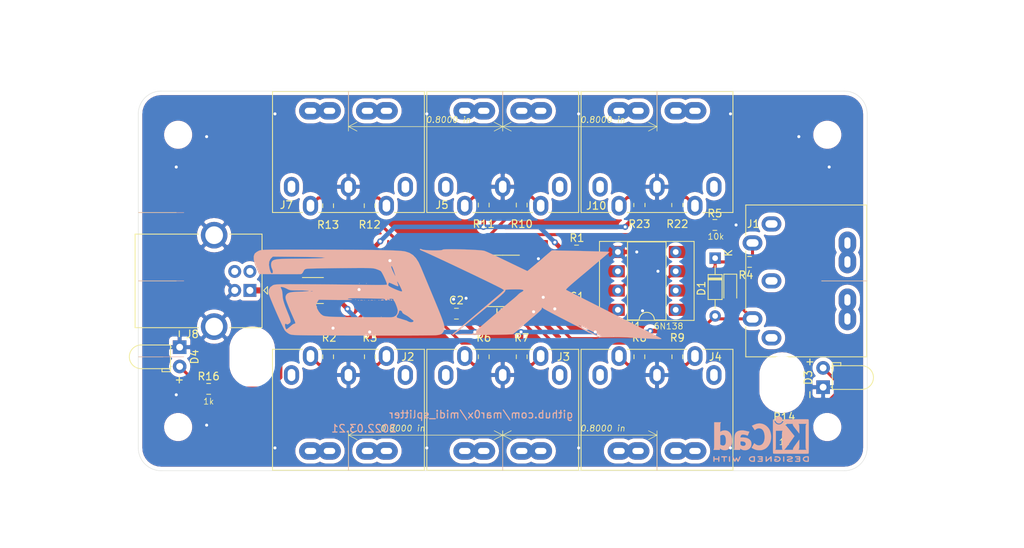
<source format=kicad_pcb>
(kicad_pcb (version 20171130) (host pcbnew "(5.1.8-0-10_14)")
  (layers (0 F.Cu signal) (31 B.Cu signal) (34 B.Paste user) (35 F.Paste user) (36 B.SilkS user) (37 F.SilkS user) (38 B.Mask user) (39 F.Mask user) (44 Edge.Cuts user))
  (net 0 "")
  (net 1 +5V)
  (net 2 GND)
  (net 3 "Net-(J1-Pad4)")
  (net 4 "Net-(J1-Pad1)")
  (net 5 "Net-(J1-Pad2)")
  (net 6 "Net-(J1-Pad3)")
  (net 7 "Net-(J2-Pad5)")
  (net 8 "Net-(J2-Pad3)")
  (net 9 "Net-(J2-Pad1)")
  (net 10 "Net-(J2-Pad4)")
  (net 11 "Net-(J3-Pad4)")
  (net 12 "Net-(J3-Pad1)")
  (net 13 "Net-(J3-Pad3)")
  (net 14 "Net-(J3-Pad5)")
  (net 15 "Net-(J4-Pad5)")
  (net 16 "Net-(J4-Pad3)")
  (net 17 "Net-(J4-Pad1)")
  (net 18 "Net-(J4-Pad4)")
  (net 19 "Net-(J5-Pad4)")
  (net 20 "Net-(J5-Pad1)")
  (net 21 "Net-(J5-Pad3)")
  (net 22 "Net-(J5-Pad5)")
  (net 23 "Net-(J7-Pad5)")
  (net 24 "Net-(J7-Pad3)")
  (net 25 "Net-(J7-Pad1)")
  (net 26 "Net-(J7-Pad4)")
  (net 27 RX)
  (net 28 "Net-(R5-Pad1)")
  (net 29 "Net-(U1-Pad1)")
  (net 30 "Net-(U1-Pad4)")
  (net 31 ~RX)
  (net 32 "Net-(D4-Pad2)")
  (net 33 "Net-(F1-Pad2)")
  (net 34 D-)
  (net 35 D+)
  (net 36 "Net-(J10-Pad4)")
  (net 37 "Net-(J10-Pad1)")
  (net 38 "Net-(J10-Pad3)")
  (net 39 "Net-(J10-Pad5)")
  (net 40 OUT5)
  (net 41 "Net-(D3-Pad2)")
  (net 42 OUT1)
  (net 43 OUT2)
  (net 44 OUT3)
  (net 45 OUT4)
  (net 46 OUT6)
  (net 47 "Net-(U2-Pad17)")
  (net 48 DK)
  (net 49 DA)
  (module lib:x6 (layer B.Cu) (at 142.031 116.651 180)
    (fp_text reference G*** hide)
    (fp_text value LOGO hide)
  )
  (module Package_DIP:DIP-8_W8.89mm_SMDSocket_LongPads (layer F.Cu) (at 166.976 115 180)
    (fp_text reference U1 (at 1.704 -5.969 180) (layer F.SilkS))
    (fp_text value 6N138 (at -2.868 -5.969 180) (layer F.SilkS) (effects (font (size 0.8 0.8) (thickness 0.1))))
    (pad 1 smd rect (at -4.445 -3.81 180) (size 3.1 1.6) (layers F.Cu F.Paste F.Mask) (net 29 "Net-(U1-Pad1)"))
    (pad 5 smd rect (at 4.445 3.81 180) (size 3.1 1.6) (layers F.Cu F.Paste F.Mask) (net 2 GND))
    (pad 2 smd rect (at -4.445 -1.27 180) (size 3.1 1.6) (layers F.Cu F.Paste F.Mask) (net 48 DK))
    (pad 6 smd rect (at 4.445 1.27 180) (size 3.1 1.6) (layers F.Cu F.Paste F.Mask) (net 27 RX))
    (pad 3 smd rect (at -4.445 1.27 180) (size 3.1 1.6) (layers F.Cu F.Paste F.Mask) (net 49 DA))
    (pad 7 smd rect (at 4.445 -1.27 180) (size 3.1 1.6) (layers F.Cu F.Paste F.Mask) (net 28 "Net-(R5-Pad1)"))
    (pad 4 smd rect (at -4.445 3.81 180) (size 3.1 1.6) (layers F.Cu F.Paste F.Mask) (net 30 "Net-(U1-Pad4)"))
    (pad 8 smd rect (at 4.445 -3.81 180) (size 3.1 1.6) (layers F.Cu F.Paste F.Mask) (net 1 +5V))
    (pad 1 thru_hole circle (at -3.81 -3.81 180) (size 1.524 1.524) (drill 0.762) (layers *.Cu *.Mask) (net 29 "Net-(U1-Pad1)"))
    (pad 2 thru_hole circle (at -3.81 -1.27 180) (size 1.524 1.524) (drill 0.762) (layers *.Cu *.Mask) (net 48 DK))
    (pad 3 thru_hole circle (at -3.81 1.27 180) (size 1.524 1.524) (drill 0.762) (layers *.Cu *.Mask) (net 49 DA))
    (pad 4 thru_hole circle (at -3.81 3.81 180) (size 1.524 1.524) (drill 0.762) (layers *.Cu *.Mask) (net 30 "Net-(U1-Pad4)"))
    (pad 5 thru_hole circle (at 3.81 3.81 180) (size 1.524 1.524) (drill 0.762) (layers *.Cu *.Mask) (net 2 GND))
    (pad 6 thru_hole circle (at 3.81 1.27 180) (size 1.524 1.524) (drill 0.762) (layers *.Cu *.Mask) (net 27 RX))
    (pad 7 thru_hole circle (at 3.81 -1.27 180) (size 1.524 1.524) (drill 0.762) (layers *.Cu *.Mask) (net 28 "Net-(R5-Pad1)"))
    (pad 8 thru_hole circle (at 3.81 -3.81 180) (size 1.524 1.524) (drill 0.762) (layers *.Cu *.Mask) (net 1 +5V))
  )
  (module lib:DIN5MIDI-OOTDTY (layer F.Cu) (at 183.4 107.5 270)
    (fp_text reference J1 (at 0 2.4 180) (layer F.SilkS))
    (fp_text value DIN-5_180degree)
    (pad "" thru_hole oval (at 12.5 -10 270) (size 3 2.3) (drill oval 1.5 0.8) (layers *.Cu *.Mask))
    (pad "" thru_hole oval (at 10 -10 270) (size 3 2.3) (drill oval 1.5 0.8) (layers *.Cu *.Mask))
    (pad "" thru_hole oval (at 5 -10 270) (size 3 2.3) (drill oval 1.5 0.8) (layers *.Cu *.Mask))
    (pad "" thru_hole oval (at 2.5 -10 270) (size 3 2.3) (drill oval 1.5 0.8) (layers *.Cu *.Mask))
    (pad 5 thru_hole oval (at 12.5 2.5 270) (size 2 2.6) (drill oval 1 1.6) (layers *.Cu *.Mask) (net 49 DA))
    (pad 3 thru_hole oval (at 15 0 270) (size 2 2.6) (drill oval 1 1.6) (layers *.Cu *.Mask) (net 6 "Net-(J1-Pad3)"))
    (pad 2 thru_hole oval (at 7.5 0 270) (size 2 2.6) (drill oval 1 1.6) (layers *.Cu *.Mask) (net 5 "Net-(J1-Pad2)"))
    (pad 1 thru_hole oval (at 0 0 270) (size 2 2.6) (drill oval 1 1.6) (layers *.Cu *.Mask) (net 4 "Net-(J1-Pad1)"))
    (pad 4 thru_hole oval (at 2.5 2.5 270) (size 2 2.6) (drill oval 1 1.6) (layers *.Cu *.Mask) (net 3 "Net-(J1-Pad4)"))
  )
  (module MountingHole:MountingHole_5mm (layer F.Cu) (at 115 125)
    (fp_text reference REF** hide)
    (fp_text value MountingHole_5mm hide)
    (pad "" np_thru_hole oval (at 0 0) (size 5 7) (drill oval 5 7) (layers *.Cu *.Mask))
  )
  (module MountingHole:MountingHole_5mm (layer F.Cu) (at 184.8 128.4)
    (fp_text reference REF** hide)
    (fp_text value MountingHole_5mm hide)
    (pad "" np_thru_hole oval (at 0 0) (size 5 7) (drill oval 5 7) (layers *.Cu *.Mask))
  )
  (module Symbol:KiCad-Logo2_5mm_SilkScreen (layer B.Cu) (at 182.036 135.828 180)
    (fp_text reference REF** hide)
    (fp_text value KiCad-Logo2_5mm_SilkScreen hide)
  )
  (module lib:DIN5MIDI-OOTDTY (layer F.Cu) (at 140.5 102.6)
    (fp_text reference J5 (at -0.5 2.4) (layer F.SilkS))
    (fp_text value DIN-5_180degree)
    (pad "" thru_hole oval (at 12.5 -10) (size 3 2.3) (drill oval 1.5 0.8) (layers *.Cu *.Mask))
    (pad "" thru_hole oval (at 10 -10) (size 3 2.3) (drill oval 1.5 0.8) (layers *.Cu *.Mask))
    (pad "" thru_hole oval (at 5 -10) (size 3 2.3) (drill oval 1.5 0.8) (layers *.Cu *.Mask))
    (pad "" thru_hole oval (at 2.5 -10) (size 3 2.3) (drill oval 1.5 0.8) (layers *.Cu *.Mask))
    (pad 5 thru_hole oval (at 12.5 2.5) (size 2 2.6) (drill oval 1 1.6) (layers *.Cu *.Mask) (net 22 "Net-(J5-Pad5)"))
    (pad 3 thru_hole oval (at 15 0) (size 2 2.6) (drill oval 1 1.6) (layers *.Cu *.Mask) (net 21 "Net-(J5-Pad3)"))
    (pad 2 thru_hole oval (at 7.5 0) (size 2 2.6) (drill oval 1 1.6) (layers *.Cu *.Mask) (net 2 GND))
    (pad 1 thru_hole oval (at 0 0) (size 2 2.6) (drill oval 1 1.6) (layers *.Cu *.Mask) (net 20 "Net-(J5-Pad1)"))
    (pad 4 thru_hole oval (at 2.5 2.5) (size 2 2.6) (drill oval 1 1.6) (layers *.Cu *.Mask) (net 19 "Net-(J5-Pad4)"))
  )
  (module lib:DIN5MIDI-OOTDTY (layer F.Cu) (at 135.18 127.4 180)
    (fp_text reference J2 (at -0.32 2.4) (layer F.SilkS))
    (fp_text value DIN-5_180degree)
    (pad "" thru_hole oval (at 12.5 -10 180) (size 3 2.3) (drill oval 1.5 0.8) (layers *.Cu *.Mask))
    (pad "" thru_hole oval (at 10 -10 180) (size 3 2.3) (drill oval 1.5 0.8) (layers *.Cu *.Mask))
    (pad "" thru_hole oval (at 5 -10 180) (size 3 2.3) (drill oval 1.5 0.8) (layers *.Cu *.Mask))
    (pad "" thru_hole oval (at 2.5 -10 180) (size 3 2.3) (drill oval 1.5 0.8) (layers *.Cu *.Mask))
    (pad 5 thru_hole oval (at 12.5 2.5 180) (size 2 2.6) (drill oval 1 1.6) (layers *.Cu *.Mask) (net 7 "Net-(J2-Pad5)"))
    (pad 3 thru_hole oval (at 15 0 180) (size 2 2.6) (drill oval 1 1.6) (layers *.Cu *.Mask) (net 8 "Net-(J2-Pad3)"))
    (pad 2 thru_hole oval (at 7.5 0 180) (size 2 2.6) (drill oval 1 1.6) (layers *.Cu *.Mask) (net 2 GND))
    (pad 1 thru_hole oval (at 0 0 180) (size 2 2.6) (drill oval 1 1.6) (layers *.Cu *.Mask) (net 9 "Net-(J2-Pad1)"))
    (pad 4 thru_hole oval (at 2.5 2.5 180) (size 2 2.6) (drill oval 1 1.6) (layers *.Cu *.Mask) (net 10 "Net-(J2-Pad4)"))
  )
  (module lib:DIN5MIDI-OOTDTY (layer F.Cu) (at 155.5 127.4 180)
    (fp_text reference J3 (at -0.5 2.4) (layer F.SilkS))
    (fp_text value DIN-5_180degree)
    (pad "" thru_hole oval (at 12.5 -10 180) (size 3 2.3) (drill oval 1.5 0.8) (layers *.Cu *.Mask))
    (pad "" thru_hole oval (at 10 -10 180) (size 3 2.3) (drill oval 1.5 0.8) (layers *.Cu *.Mask))
    (pad "" thru_hole oval (at 5 -10 180) (size 3 2.3) (drill oval 1.5 0.8) (layers *.Cu *.Mask))
    (pad "" thru_hole oval (at 2.5 -10 180) (size 3 2.3) (drill oval 1.5 0.8) (layers *.Cu *.Mask))
    (pad 5 thru_hole oval (at 12.5 2.5 180) (size 2 2.6) (drill oval 1 1.6) (layers *.Cu *.Mask) (net 14 "Net-(J3-Pad5)"))
    (pad 3 thru_hole oval (at 15 0 180) (size 2 2.6) (drill oval 1 1.6) (layers *.Cu *.Mask) (net 13 "Net-(J3-Pad3)"))
    (pad 2 thru_hole oval (at 7.5 0 180) (size 2 2.6) (drill oval 1 1.6) (layers *.Cu *.Mask) (net 2 GND))
    (pad 1 thru_hole oval (at 0 0 180) (size 2 2.6) (drill oval 1 1.6) (layers *.Cu *.Mask) (net 12 "Net-(J3-Pad1)"))
    (pad 4 thru_hole oval (at 2.5 2.5 180) (size 2 2.6) (drill oval 1 1.6) (layers *.Cu *.Mask) (net 11 "Net-(J3-Pad4)"))
  )
  (module lib:DIN5MIDI-OOTDTY (layer F.Cu) (at 175.82 127.4 180)
    (fp_text reference J4 (at -0.18 2.4) (layer F.SilkS))
    (fp_text value DIN-5_180degree)
    (pad "" thru_hole oval (at 12.5 -10 180) (size 3 2.3) (drill oval 1.5 0.8) (layers *.Cu *.Mask))
    (pad "" thru_hole oval (at 10 -10 180) (size 3 2.3) (drill oval 1.5 0.8) (layers *.Cu *.Mask))
    (pad "" thru_hole oval (at 5 -10 180) (size 3 2.3) (drill oval 1.5 0.8) (layers *.Cu *.Mask))
    (pad "" thru_hole oval (at 2.5 -10 180) (size 3 2.3) (drill oval 1.5 0.8) (layers *.Cu *.Mask))
    (pad 5 thru_hole oval (at 12.5 2.5 180) (size 2 2.6) (drill oval 1 1.6) (layers *.Cu *.Mask) (net 15 "Net-(J4-Pad5)"))
    (pad 3 thru_hole oval (at 15 0 180) (size 2 2.6) (drill oval 1 1.6) (layers *.Cu *.Mask) (net 16 "Net-(J4-Pad3)"))
    (pad 2 thru_hole oval (at 7.5 0 180) (size 2 2.6) (drill oval 1 1.6) (layers *.Cu *.Mask) (net 2 GND))
    (pad 1 thru_hole oval (at 0 0 180) (size 2 2.6) (drill oval 1 1.6) (layers *.Cu *.Mask) (net 17 "Net-(J4-Pad1)"))
    (pad 4 thru_hole oval (at 2.5 2.5 180) (size 2 2.6) (drill oval 1 1.6) (layers *.Cu *.Mask) (net 18 "Net-(J4-Pad4)"))
  )
  (module lib:DIN5MIDI-OOTDTY (layer F.Cu) (at 120.18 102.6)
    (fp_text reference J7 (at -0.68 2.4) (layer F.SilkS))
    (fp_text value DIN-5_180degree)
    (pad "" thru_hole oval (at 12.5 -10) (size 3 2.3) (drill oval 1.5 0.8) (layers *.Cu *.Mask))
    (pad "" thru_hole oval (at 10 -10) (size 3 2.3) (drill oval 1.5 0.8) (layers *.Cu *.Mask))
    (pad "" thru_hole oval (at 5 -10) (size 3 2.3) (drill oval 1.5 0.8) (layers *.Cu *.Mask))
    (pad "" thru_hole oval (at 2.5 -10) (size 3 2.3) (drill oval 1.5 0.8) (layers *.Cu *.Mask))
    (pad 5 thru_hole oval (at 12.5 2.5) (size 2 2.6) (drill oval 1 1.6) (layers *.Cu *.Mask) (net 23 "Net-(J7-Pad5)"))
    (pad 3 thru_hole oval (at 15 0) (size 2 2.6) (drill oval 1 1.6) (layers *.Cu *.Mask) (net 24 "Net-(J7-Pad3)"))
    (pad 2 thru_hole oval (at 7.5 0) (size 2 2.6) (drill oval 1 1.6) (layers *.Cu *.Mask) (net 2 GND))
    (pad 1 thru_hole oval (at 0 0) (size 2 2.6) (drill oval 1 1.6) (layers *.Cu *.Mask) (net 25 "Net-(J7-Pad1)"))
    (pad 4 thru_hole oval (at 2.5 2.5) (size 2 2.6) (drill oval 1 1.6) (layers *.Cu *.Mask) (net 26 "Net-(J7-Pad4)"))
  )
  (module Capacitor_SMD:C_0805_2012Metric_Pad1.15x1.40mm_HandSolder (layer F.Cu) (at 157.726 118.75 180)
    (fp_text reference C1 (at -0.05 1.7) (layer F.SilkS))
    (fp_text value 0.1uF)
    (pad 1 smd roundrect (at -1.025 0 180) (size 1.15 1.4) (layers F.Cu F.Paste F.Mask) (roundrect_rratio 0.2173904347826087) (net 1 +5V))
    (pad 2 smd roundrect (at 1.025 0 180) (size 1.15 1.4) (layers F.Cu F.Paste F.Mask) (roundrect_rratio 0.2173904347826087) (net 2 GND))
  )
  (module Capacitor_SMD:C_0805_2012Metric_Pad1.15x1.40mm_HandSolder (layer F.Cu) (at 141.904 119.318 180)
    (fp_text reference C2 (at 0 1.75) (layer F.SilkS))
    (fp_text value 0.1uF)
    (pad 2 smd roundrect (at 1.025 0 180) (size 1.15 1.4) (layers F.Cu F.Paste F.Mask) (roundrect_rratio 0.2173904347826087) (net 2 GND))
    (pad 1 smd roundrect (at -1.025 0 180) (size 1.15 1.4) (layers F.Cu F.Paste F.Mask) (roundrect_rratio 0.2173904347826087) (net 1 +5V))
  )
  (module Resistor_SMD:R_0805_2012Metric_Pad1.15x1.40mm_HandSolder (layer F.Cu) (at 157.726 111)
    (fp_text reference R1 (at 0.05 -1.65) (layer F.SilkS))
    (fp_text value 470 (at 0 1.65) (layer F.SilkS) (effects (font (size 0.8 0.8) (thickness 0.1))))
    (pad 2 smd roundrect (at 1.025 0) (size 1.15 1.4) (layers F.Cu F.Paste F.Mask) (roundrect_rratio 0.2173904347826087) (net 27 RX))
    (pad 1 smd roundrect (at -1.025 0) (size 1.15 1.4) (layers F.Cu F.Paste F.Mask) (roundrect_rratio 0.2173904347826087) (net 1 +5V))
  )
  (module Resistor_SMD:R_0805_2012Metric_Pad1.15x1.40mm_HandSolder (layer F.Cu) (at 125 124.992 90)
    (fp_text reference R2 (at 2.5 0.14 180) (layer F.SilkS))
    (fp_text value 220)
    (pad 2 smd roundrect (at 1.025 0 90) (size 1.15 1.4) (layers F.Cu F.Paste F.Mask) (roundrect_rratio 0.2173904347826087) (net 42 OUT1))
    (pad 1 smd roundrect (at -1.025 0 90) (size 1.15 1.4) (layers F.Cu F.Paste F.Mask) (roundrect_rratio 0.2173904347826087) (net 7 "Net-(J2-Pad5)"))
  )
  (module Resistor_SMD:R_0805_2012Metric_Pad1.15x1.40mm_HandSolder (layer F.Cu) (at 130.5 124.992 270)
    (fp_text reference R3 (at -2.5 0 180) (layer F.SilkS))
    (fp_text value 220)
    (pad 1 smd roundrect (at -1.025 0 270) (size 1.15 1.4) (layers F.Cu F.Paste F.Mask) (roundrect_rratio 0.2173904347826087) (net 1 +5V))
    (pad 2 smd roundrect (at 1.025 0 270) (size 1.15 1.4) (layers F.Cu F.Paste F.Mask) (roundrect_rratio 0.2173904347826087) (net 10 "Net-(J2-Pad4)"))
  )
  (module Resistor_SMD:R_0805_2012Metric_Pad1.15x1.40mm_HandSolder (layer F.Cu) (at 180.512 112.5)
    (fp_text reference R4 (at -0.48 1.738) (layer F.SilkS))
    (fp_text value 220)
    (pad 1 smd roundrect (at -1.025 0) (size 1.15 1.4) (layers F.Cu F.Paste F.Mask) (roundrect_rratio 0.2173904347826087) (net 48 DK))
    (pad 2 smd roundrect (at 1.025 0) (size 1.15 1.4) (layers F.Cu F.Paste F.Mask) (roundrect_rratio 0.2173904347826087) (net 3 "Net-(J1-Pad4)"))
  )
  (module Resistor_SMD:R_0805_2012Metric_Pad1.15x1.40mm_HandSolder (layer F.Cu) (at 175.94 107.634)
    (fp_text reference R5 (at 0 -1.524) (layer F.SilkS))
    (fp_text value 10k (at 0.127 1.524) (layer F.SilkS) (effects (font (size 0.8 0.8) (thickness 0.1))))
    (pad 1 smd roundrect (at -1.025 0) (size 1.15 1.4) (layers F.Cu F.Paste F.Mask) (roundrect_rratio 0.2173904347826087) (net 28 "Net-(R5-Pad1)"))
    (pad 2 smd roundrect (at 1.025 0) (size 1.15 1.4) (layers F.Cu F.Paste F.Mask) (roundrect_rratio 0.2173904347826087) (net 2 GND))
  )
  (module Resistor_SMD:R_0805_2012Metric_Pad1.15x1.40mm_HandSolder (layer F.Cu) (at 145.5 124.992 90)
    (fp_text reference R6 (at 2.5 0 180) (layer F.SilkS))
    (fp_text value 220)
    (pad 2 smd roundrect (at 1.025 0 90) (size 1.15 1.4) (layers F.Cu F.Paste F.Mask) (roundrect_rratio 0.2173904347826087) (net 43 OUT2))
    (pad 1 smd roundrect (at -1.025 0 90) (size 1.15 1.4) (layers F.Cu F.Paste F.Mask) (roundrect_rratio 0.2173904347826087) (net 14 "Net-(J3-Pad5)"))
  )
  (module Resistor_SMD:R_0805_2012Metric_Pad1.15x1.40mm_HandSolder (layer F.Cu) (at 150.5 124.992 270)
    (fp_text reference R7 (at -2.5 0 180) (layer F.SilkS))
    (fp_text value 220)
    (pad 1 smd roundrect (at -1.025 0 270) (size 1.15 1.4) (layers F.Cu F.Paste F.Mask) (roundrect_rratio 0.2173904347826087) (net 1 +5V))
    (pad 2 smd roundrect (at 1.025 0 270) (size 1.15 1.4) (layers F.Cu F.Paste F.Mask) (roundrect_rratio 0.2173904347826087) (net 11 "Net-(J3-Pad4)"))
  )
  (module Resistor_SMD:R_0805_2012Metric_Pad1.15x1.40mm_HandSolder (layer F.Cu) (at 166 124.992 90)
    (fp_text reference R8 (at 2.5 0 180) (layer F.SilkS))
    (fp_text value 220)
    (pad 2 smd roundrect (at 1.025 0 90) (size 1.15 1.4) (layers F.Cu F.Paste F.Mask) (roundrect_rratio 0.2173904347826087) (net 44 OUT3))
    (pad 1 smd roundrect (at -1.025 0 90) (size 1.15 1.4) (layers F.Cu F.Paste F.Mask) (roundrect_rratio 0.2173904347826087) (net 15 "Net-(J4-Pad5)"))
  )
  (module Resistor_SMD:R_0805_2012Metric_Pad1.15x1.40mm_HandSolder (layer F.Cu) (at 171 124.992 270)
    (fp_text reference R9 (at -2.5 0 180) (layer F.SilkS))
    (fp_text value 220)
    (pad 1 smd roundrect (at -1.025 0 270) (size 1.15 1.4) (layers F.Cu F.Paste F.Mask) (roundrect_rratio 0.2173904347826087) (net 1 +5V))
    (pad 2 smd roundrect (at 1.025 0 270) (size 1.15 1.4) (layers F.Cu F.Paste F.Mask) (roundrect_rratio 0.2173904347826087) (net 18 "Net-(J4-Pad4)"))
  )
  (module Resistor_SMD:R_0805_2012Metric_Pad1.15x1.40mm_HandSolder (layer F.Cu) (at 150.5 105.008 270)
    (fp_text reference R10 (at 2.5 0 180) (layer F.SilkS))
    (fp_text value 220)
    (pad 2 smd roundrect (at 1.025 0 270) (size 1.15 1.4) (layers F.Cu F.Paste F.Mask) (roundrect_rratio 0.2173904347826087) (net 40 OUT5))
    (pad 1 smd roundrect (at -1.025 0 270) (size 1.15 1.4) (layers F.Cu F.Paste F.Mask) (roundrect_rratio 0.2173904347826087) (net 22 "Net-(J5-Pad5)"))
  )
  (module Resistor_SMD:R_0805_2012Metric_Pad1.15x1.40mm_HandSolder (layer F.Cu) (at 145.5 105.008 90)
    (fp_text reference R11 (at -2.5 0 180) (layer F.SilkS))
    (fp_text value 220)
    (pad 2 smd roundrect (at 1.025 0 90) (size 1.15 1.4) (layers F.Cu F.Paste F.Mask) (roundrect_rratio 0.2173904347826087) (net 19 "Net-(J5-Pad4)"))
    (pad 1 smd roundrect (at -1.025 0 90) (size 1.15 1.4) (layers F.Cu F.Paste F.Mask) (roundrect_rratio 0.2173904347826087) (net 1 +5V))
  )
  (module Resistor_SMD:R_0805_2012Metric_Pad1.15x1.40mm_HandSolder (layer F.Cu) (at 130.474 105.094 270)
    (fp_text reference R12 (at 2.5 0 180) (layer F.SilkS))
    (fp_text value 220)
    (pad 1 smd roundrect (at -1.025 0 270) (size 1.15 1.4) (layers F.Cu F.Paste F.Mask) (roundrect_rratio 0.2173904347826087) (net 23 "Net-(J7-Pad5)"))
    (pad 2 smd roundrect (at 1.025 0 270) (size 1.15 1.4) (layers F.Cu F.Paste F.Mask) (roundrect_rratio 0.2173904347826087) (net 45 OUT4))
  )
  (module Resistor_SMD:R_0805_2012Metric_Pad1.15x1.40mm_HandSolder (layer F.Cu) (at 125 105.094 90)
    (fp_text reference R13 (at -2.525 0 180) (layer F.SilkS))
    (fp_text value 220)
    (pad 1 smd roundrect (at -1.025 0 90) (size 1.15 1.4) (layers F.Cu F.Paste F.Mask) (roundrect_rratio 0.2173904347826087) (net 1 +5V))
    (pad 2 smd roundrect (at 1.025 0 90) (size 1.15 1.4) (layers F.Cu F.Paste F.Mask) (roundrect_rratio 0.2173904347826087) (net 26 "Net-(J7-Pad4)"))
  )
  (module Resistor_SMD:R_0805_2012Metric_Pad1.15x1.40mm_HandSolder (layer F.Cu) (at 185.084 134.558)
    (fp_text reference R14 (at 0 -1.65) (layer F.SilkS))
    (fp_text value 1k (at 0 1.65) (layer F.SilkS) (effects (font (size 0.8 0.8) (thickness 0.1))))
    (pad 2 smd roundrect (at 1.025 0) (size 1.15 1.4) (layers F.Cu F.Paste F.Mask) (roundrect_rratio 0.2173904347826087) (net 41 "Net-(D3-Pad2)"))
    (pad 1 smd roundrect (at -1.025 0) (size 1.15 1.4) (layers F.Cu F.Paste F.Mask) (roundrect_rratio 0.2173904347826087) (net 31 ~RX))
  )
  (module Resistor_SMD:R_0805_2012Metric_Pad1.15x1.40mm_HandSolder (layer F.Cu) (at 109.265 129.224)
    (fp_text reference R16 (at 0 -1.65) (layer F.SilkS))
    (fp_text value 1k (at 0 1.65) (layer F.SilkS) (effects (font (size 0.8 0.8) (thickness 0.1))))
    (pad 1 smd roundrect (at -1.025 0) (size 1.15 1.4) (layers F.Cu F.Paste F.Mask) (roundrect_rratio 0.2173904347826087) (net 32 "Net-(D4-Pad2)"))
    (pad 2 smd roundrect (at 1.025 0) (size 1.15 1.4) (layers F.Cu F.Paste F.Mask) (roundrect_rratio 0.2173904347826087) (net 1 +5V))
  )
  (module LED_THT:LED_D3.0mm_Horizontal_O1.27mm_Z6.0mm (layer F.Cu) (at 105.45 123.73 270)
    (fp_text reference D4 (at 1.27 -1.96 90) (layer F.SilkS))
    (fp_text value LED)
    (fp_text user + (at 4.324 0.122 270) (layer F.SilkS))
    (fp_text user - (at -1.772 0.122 270) (layer F.SilkS))
    (pad 1 thru_hole rect (at 0 0 270) (size 1.8 1.8) (drill 0.9) (layers *.Cu *.Mask) (net 2 GND))
    (pad 2 thru_hole circle (at 2.54 0 270) (size 1.8 1.8) (drill 0.9) (layers *.Cu *.Mask) (net 32 "Net-(D4-Pad2)"))
  )
  (module LED_THT:LED_D3.0mm_Horizontal_O1.27mm_Z10.0mm (layer F.Cu) (at 190.2 129 90)
    (fp_text reference D3 (at 1.27 -1.96 90) (layer F.SilkS))
    (fp_text value LED)
    (fp_text user + (at 3.332 -1.814 90) (layer F.SilkS))
    (fp_text user - (at -0.986 -1.814 90) (layer F.SilkS))
    (pad 1 thru_hole rect (at 0 0 90) (size 1.8 1.8) (drill 0.9) (layers *.Cu *.Mask) (net 2 GND))
    (pad 2 thru_hole circle (at 2.54 0 90) (size 1.8 1.8) (drill 0.9) (layers *.Cu *.Mask) (net 41 "Net-(D3-Pad2)"))
  )
  (module Diode_THT:D_DO-34_SOD68_P7.62mm_Horizontal (layer F.Cu) (at 175.976 112 270)
    (fp_text reference D1 (at 3.986 1.814 90) (layer F.SilkS))
    (fp_text value 1N914)
    (fp_text user K (at -0.683 -1.742 90) (layer F.SilkS))
    (pad 1 thru_hole rect (at 0 0 270) (size 1.5 1.5) (drill 0.75) (layers *.Cu *.Mask) (net 48 DK))
    (pad 2 thru_hole oval (at 7.62 0 270) (size 1.5 1.5) (drill 0.75) (layers *.Cu *.Mask) (net 49 DA))
  )
  (module Fuse:Fuse_1812_4532Metric_Pad1.30x3.40mm_HandSolder (layer F.Cu) (at 123 116.27 180)
    (fp_text reference F1 (at 0 -2.65) (layer F.SilkS))
    (fp_text value MF-MSMF050-2)
    (pad 1 smd roundrect (at -2.225 0 180) (size 1.3 3.4) (layers F.Cu F.Paste F.Mask) (roundrect_rratio 0.1923069230769231) (net 1 +5V))
    (pad 2 smd roundrect (at 2.225 0 180) (size 1.3 3.4) (layers F.Cu F.Paste F.Mask) (roundrect_rratio 0.1923069230769231) (net 33 "Net-(F1-Pad2)"))
  )
  (module Connector_USB:USB_B_OST_USB-B1HSxx_Horizontal (layer F.Cu) (at 114.7 116.25 180)
    (fp_text reference J8 (at 7.594 -5.768) (layer F.SilkS))
    (fp_text value DS1099)
    (pad 1 thru_hole rect (at 0 0 180) (size 1.7 1.7) (drill 0.92) (layers *.Cu *.Mask) (net 33 "Net-(F1-Pad2)"))
    (pad 2 thru_hole circle (at 0 2.5 180) (size 1.7 1.7) (drill 0.92) (layers *.Cu *.Mask) (net 34 D-))
    (pad 3 thru_hole circle (at 2 2.5 180) (size 1.7 1.7) (drill 0.92) (layers *.Cu *.Mask) (net 35 D+))
    (pad 4 thru_hole circle (at 2 0 180) (size 1.7 1.7) (drill 0.92) (layers *.Cu *.Mask) (net 2 GND))
    (pad 5 thru_hole circle (at 4.71 -4.77 180) (size 3.5 3.5) (drill 2.33) (layers *.Cu *.Mask) (net 2 GND))
    (pad 5 thru_hole circle (at 4.71 7.27 180) (size 3.5 3.5) (drill 2.33) (layers *.Cu *.Mask) (net 2 GND))
  )
  (module lib:DIN5MIDI-OOTDTY (layer F.Cu) (at 160.82 102.6)
    (fp_text reference J10 (at -0.5 2.5) (layer F.SilkS))
    (fp_text value DIN-5_180degree)
    (pad 4 thru_hole oval (at 2.5 2.5) (size 2 2.6) (drill oval 1 1.6) (layers *.Cu *.Mask) (net 36 "Net-(J10-Pad4)"))
    (pad 1 thru_hole oval (at 0 0) (size 2 2.6) (drill oval 1 1.6) (layers *.Cu *.Mask) (net 37 "Net-(J10-Pad1)"))
    (pad 2 thru_hole oval (at 7.5 0) (size 2 2.6) (drill oval 1 1.6) (layers *.Cu *.Mask) (net 2 GND))
    (pad 3 thru_hole oval (at 15 0) (size 2 2.6) (drill oval 1 1.6) (layers *.Cu *.Mask) (net 38 "Net-(J10-Pad3)"))
    (pad 5 thru_hole oval (at 12.5 2.5) (size 2 2.6) (drill oval 1 1.6) (layers *.Cu *.Mask) (net 39 "Net-(J10-Pad5)"))
    (pad "" thru_hole oval (at 2.5 -10) (size 3 2.3) (drill oval 1.5 0.8) (layers *.Cu *.Mask))
    (pad "" thru_hole oval (at 5 -10) (size 3 2.3) (drill oval 1.5 0.8) (layers *.Cu *.Mask))
    (pad "" thru_hole oval (at 10 -10) (size 3 2.3) (drill oval 1.5 0.8) (layers *.Cu *.Mask))
    (pad "" thru_hole oval (at 12.5 -10) (size 3 2.3) (drill oval 1.5 0.8) (layers *.Cu *.Mask))
  )
  (module Resistor_SMD:R_0805_2012Metric_Pad1.20x1.40mm_HandSolder (layer F.Cu) (at 171 105.008 90)
    (fp_text reference R22 (at -2.5 0 180) (layer F.SilkS))
    (fp_text value 220)
    (pad 1 smd roundrect (at -1 0 90) (size 1.2 1.4) (layers F.Cu F.Paste F.Mask) (roundrect_rratio 0.2083325) (net 46 OUT6))
    (pad 2 smd roundrect (at 1 0 90) (size 1.2 1.4) (layers F.Cu F.Paste F.Mask) (roundrect_rratio 0.2083325) (net 39 "Net-(J10-Pad5)"))
  )
  (module Resistor_SMD:R_0805_2012Metric_Pad1.20x1.40mm_HandSolder (layer F.Cu) (at 166 105.008 90)
    (fp_text reference R23 (at -2.5 0 180) (layer F.SilkS))
    (fp_text value 220)
    (pad 2 smd roundrect (at 1 0 90) (size 1.2 1.4) (layers F.Cu F.Paste F.Mask) (roundrect_rratio 0.2083325) (net 36 "Net-(J10-Pad4)"))
    (pad 1 smd roundrect (at -1 0 90) (size 1.2 1.4) (layers F.Cu F.Paste F.Mask) (roundrect_rratio 0.2083325) (net 1 +5V))
  )
  (module Package_SO:TSSOP-20_4.4x6.5mm_P0.65mm (layer F.Cu) (at 148 115 180)
    (fp_text reference U2 (at 0 -4.2) (layer F.SilkS))
    (fp_text value MM74HC540MTCX)
    (pad 1 smd roundrect (at -2.8625 -2.925 180) (size 1.475 0.4) (layers F.Cu F.Paste F.Mask) (net 2 GND))
    (pad 2 smd roundrect (at -2.8625 -2.275 180) (size 1.475 0.4) (layers F.Cu F.Paste F.Mask) (net 31 ~RX))
    (pad 3 smd roundrect (at -2.8625 -1.625 180) (size 1.475 0.4) (layers F.Cu F.Paste F.Mask) (net 2 GND))
    (pad 4 smd roundrect (at -2.8625 -0.975 180) (size 1.475 0.4) (layers F.Cu F.Paste F.Mask) (net 27 RX))
    (pad 5 smd roundrect (at -2.8625 -0.325 180) (size 1.475 0.4) (layers F.Cu F.Paste F.Mask) (net 31 ~RX))
    (pad 6 smd roundrect (at -2.8625 0.325 180) (size 1.475 0.4) (layers F.Cu F.Paste F.Mask) (net 31 ~RX))
    (pad 7 smd roundrect (at -2.8625 0.975 180) (size 1.475 0.4) (layers F.Cu F.Paste F.Mask) (net 31 ~RX))
    (pad 8 smd roundrect (at -2.8625 1.625 180) (size 1.475 0.4) (layers F.Cu F.Paste F.Mask) (net 31 ~RX))
    (pad 9 smd roundrect (at -2.8625 2.275 180) (size 1.475 0.4) (layers F.Cu F.Paste F.Mask) (net 31 ~RX))
    (pad 10 smd roundrect (at -2.8625 2.925 180) (size 1.475 0.4) (layers F.Cu F.Paste F.Mask) (net 2 GND))
    (pad 11 smd roundrect (at 2.8625 2.925 180) (size 1.475 0.4) (layers F.Cu F.Paste F.Mask) (net 46 OUT6))
    (pad 12 smd roundrect (at 2.8625 2.275 180) (size 1.475 0.4) (layers F.Cu F.Paste F.Mask) (net 40 OUT5))
    (pad 13 smd roundrect (at 2.8625 1.625 180) (size 1.475 0.4) (layers F.Cu F.Paste F.Mask) (net 45 OUT4))
    (pad 14 smd roundrect (at 2.8625 0.975 180) (size 1.475 0.4) (layers F.Cu F.Paste F.Mask) (net 42 OUT1))
    (pad 15 smd roundrect (at 2.8625 0.325 180) (size 1.475 0.4) (layers F.Cu F.Paste F.Mask) (net 43 OUT2))
    (pad 16 smd roundrect (at 2.8625 -0.325 180) (size 1.475 0.4) (layers F.Cu F.Paste F.Mask) (net 31 ~RX))
    (pad 17 smd roundrect (at 2.8625 -0.975 180) (size 1.475 0.4) (layers F.Cu F.Paste F.Mask) (net 47 "Net-(U2-Pad17)"))
    (pad 18 smd roundrect (at 2.8625 -1.625 180) (size 1.475 0.4) (layers F.Cu F.Paste F.Mask) (net 44 OUT3))
    (pad 19 smd roundrect (at 2.8625 -2.275 180) (size 1.475 0.4) (layers F.Cu F.Paste F.Mask) (net 2 GND))
    (pad 20 smd roundrect (at 2.8625 -2.925 180) (size 1.475 0.4) (layers F.Cu F.Paste F.Mask) (net 1 +5V))
  )
  (module Diode_SMD:D_SOD-323_HandSoldering (layer F.Cu) (at 177.972 116.016 270)
    (fp_text reference D2 hide)
    (fp_text value BAS316.115 hide)
    (pad 1 smd rect (at -1.25 0 270) (size 1 1) (layers F.Cu F.Paste F.Mask) (net 48 DK))
    (pad 2 smd rect (at 1.25 0 270) (size 1 1) (layers F.Cu F.Paste F.Mask) (net 49 DA))
  )
  (module MountingHole:MountingHole_2.7mm_M2.5_ISO14580 (layer F.Cu) (at 105.25 95.75)
    (fp_text reference H1 hide)
    (fp_text value MountingHole hide)
    (pad 1 np_thru_hole circle (at 0 0) (size 2.7 2.7) (drill 2.7) (layers *.Cu *.Mask))
  )
  (module MountingHole:MountingHole_2.7mm_M2.5_ISO14580 (layer F.Cu) (at 105.25 134.25)
    (fp_text reference H2 hide)
    (fp_text value MountingHole hide)
    (pad 1 np_thru_hole circle (at 0 0) (size 2.7 2.7) (drill 2.7) (layers *.Cu *.Mask))
  )
  (module MountingHole:MountingHole_2.7mm_M2.5_ISO14580 (layer F.Cu) (at 190.75 95.75)
    (fp_text reference H3 hide)
    (fp_text value MountingHole hide)
    (pad 1 np_thru_hole circle (at 0 0) (size 2.7 2.7) (drill 2.7) (layers *.Cu *.Mask))
  )
  (module MountingHole:MountingHole_2.7mm_M2.5_ISO14580 (layer F.Cu) (at 190.75 134.25)
    (fp_text reference H4 hide)
    (fp_text value MountingHole hide)
    (pad 1 np_thru_hole circle (at 0 0) (size 2.7 2.7) (drill 2.7) (layers *.Cu *.Mask))
  )
  (dimension 20.32 (width 0.08) (layer F.SilkS) (gr_text "  20.32 mm" (at 158.16 95.66) (layer F.SilkS) (effects (font (size 0.8 0.8) (thickness 0.1) italic) (justify left))) (feature1 (pts (xy 148 90.029999) (xy 148 95.266421))) (feature2 (pts (xy 168.32 90.029999) (xy 168.32 95.266421))) (crossbar (pts (xy 168.32 94.68) (xy 148 94.68))) (arrow1a (pts (xy 148 94.68) (xy 149.126504 94.093579))) (arrow1b (pts (xy 148 94.68) (xy 149.126504 95.266421))) (arrow2a (pts (xy 168.32 94.68) (xy 167.193496 94.093579))) (arrow2b (pts (xy 168.32 94.68) (xy 167.193496 95.266421))))
  (gr_line (start 168.32 94) (end 168.32 90) (layer B.SilkS) (width 0.07))
  (gr_line (start 100 106) (end 106 106) (layer B.SilkS) (width 0.07))
  (gr_line (start 100 106) (end 105 106) (layer F.SilkS) (width 0.07))
  (gr_line (start 100 125) (end 106 125) (layer B.SilkS) (width 0.07))
  (gr_line (start 100 125) (end 103.25 125) (layer F.SilkS) (width 0.07))
  (gr_line (start 168.32 140) (end 168.32 136) (layer B.SilkS) (width 0.07))
  (gr_line (start 127.68 140) (end 127.68 136) (layer B.SilkS) (width 0.07))
  (gr_line (start 148 140) (end 148 136) (layer B.SilkS) (width 0.07))
  (gr_line (start 127.68 94) (end 127.68 90) (layer B.SilkS) (width 0.07))
  (gr_line (start 148 94) (end 148 90) (layer B.SilkS) (width 0.07))
  (gr_line (start 100 115) (end 106 115) (layer B.SilkS) (width 0.07))
  (gr_line (start 190 115) (end 196 115) (layer B.SilkS) (width 0.07))
  (gr_line (start 100 115) (end 105 115) (layer F.SilkS) (width 0.07))
  (gr_line (start 190 115) (end 196 115) (layer F.SilkS) (width 0.07))
  (dimension 20.32 (width 0.08) (layer F.SilkS) (gr_text "  20.32 mm" (at 137.84 95.66) (layer F.SilkS) (effects (font (size 0.8 0.8) (thickness 0.1) italic) (justify left))) (feature1 (pts (xy 127.68 90.029999) (xy 127.68 95.266421))) (feature2 (pts (xy 148 90.029999) (xy 148 95.266421))) (crossbar (pts (xy 148 94.68) (xy 127.68 94.68))) (arrow1a (pts (xy 127.68 94.68) (xy 128.806504 94.093579))) (arrow1b (pts (xy 127.68 94.68) (xy 128.806504 95.266421))) (arrow2a (pts (xy 148 94.68) (xy 146.873496 94.093579))) (arrow2b (pts (xy 148 94.68) (xy 146.873496 95.266421))))
  (dimension 20.32 (width 0.08) (layer F.SilkS) (gr_text "20.32 mm  " (at 137.84 134.34) (layer F.SilkS) (effects (font (size 0.8 0.8) (thickness 0.1) italic) (justify right))) (feature1 (pts (xy 148 139.970001) (xy 148 134.733579))) (feature2 (pts (xy 127.68 139.970001) (xy 127.68 134.733579))) (crossbar (pts (xy 127.68 135.32) (xy 148 135.32))) (arrow1a (pts (xy 148 135.32) (xy 146.873496 135.906421))) (arrow1b (pts (xy 148 135.32) (xy 146.873496 134.733579))) (arrow2a (pts (xy 127.68 135.32) (xy 128.806504 135.906421))) (arrow2b (pts (xy 127.68 135.32) (xy 128.806504 134.733579))))
  (dimension 20.32 (width 0.08) (layer F.SilkS) (gr_text "  20.32 mm" (at 158.16 134.34) (layer F.SilkS) (effects (font (size 0.8 0.8) (thickness 0.1) italic) (justify left))) (feature1 (pts (xy 168.32 139.970001) (xy 168.32 134.733579))) (feature2 (pts (xy 148 139.970001) (xy 148 134.733579))) (crossbar (pts (xy 148 135.32) (xy 168.32 135.32))) (arrow1a (pts (xy 168.32 135.32) (xy 167.193496 135.906421))) (arrow1b (pts (xy 168.32 135.32) (xy 167.193496 134.733579))) (arrow2a (pts (xy 148 135.32) (xy 149.126504 135.906421))) (arrow2b (pts (xy 148 135.32) (xy 149.126504 134.733579))))
  (gr_text github.com/mar0x/midi_splitter (at 145.15 132.6) (layer B.SilkS) (effects (font (size 1 1)) (justify mirror)))
  (gr_text 2022.03.21 (at 129.7 134.45) (layer B.SilkS) (effects (font (size 1 1)) (justify mirror)))
  (gr_arc (start 193 93) (end 196 93) (angle -90) (layer Edge.Cuts) (width 0.05))
  (gr_arc (start 193 137) (end 193 140) (angle -90) (layer Edge.Cuts) (width 0.05))
  (gr_arc (start 103 137) (end 100 137) (angle -90) (layer Edge.Cuts) (width 0.05))
  (gr_arc (start 103 93) (end 103 90) (angle -90) (layer Edge.Cuts) (width 0.05))
  (gr_line (start 100 137) (end 100 93) (layer Edge.Cuts) (width 0.05))
  (gr_line (start 193 140) (end 103 140) (layer Edge.Cuts) (width 0.05))
  (gr_line (start 196 93) (end 196 137) (layer Edge.Cuts) (width 0.05))
  (gr_line (start 103 90) (end 193 90) (layer Edge.Cuts) (width 0.05))
  (segment (start 162.471 118.75) (end 162.531 118.81) (width 0.6) (layer F.Cu) (net 1))
  (segment (start 158.751 118.75) (end 162.471 118.75) (width 0.6) (layer F.Cu) (net 1))
  (segment (start 143.79451 119.318) (end 145.1375 117.97501) (width 0.6) (layer F.Cu) (net 1))
  (segment (start 142.929 119.318) (end 143.79451 119.318) (width 0.6) (layer F.Cu) (net 1))
  (segment (start 125.225 106.344) (end 125 106.119) (width 0.6) (layer F.Cu) (net 1))
  (segment (start 125.225 116.27) (end 125.225 106.344) (width 0.6) (layer F.Cu) (net 1))
  (via (at 127.553 118.683) (size 0.8) (drill 0.4) (layers F.Cu B.Cu) (net 1))
  (segment (start 125.225 116.355) (end 127.553 118.683) (width 0.6) (layer F.Cu) (net 1))
  (segment (start 125.225 116.27) (end 125.225 116.355) (width 0.6) (layer F.Cu) (net 1))
  (via (at 130.474 121.731) (size 0.8) (drill 0.4) (layers F.Cu B.Cu) (net 1))
  (segment (start 127.553 118.81) (end 130.474 121.731) (width 0.6) (layer B.Cu) (net 1))
  (segment (start 127.553 118.683) (end 127.553 118.81) (width 0.6) (layer B.Cu) (net 1))
  (segment (start 130.474 123.941) (end 130.5 123.967) (width 0.6) (layer F.Cu) (net 1))
  (segment (start 130.474 121.731) (end 130.474 123.941) (width 0.6) (layer F.Cu) (net 1))
  (via (at 150.413 121.731) (size 0.8) (drill 0.4) (layers F.Cu B.Cu) (net 1))
  (segment (start 150.413 123.88) (end 150.5 123.967) (width 0.6) (layer F.Cu) (net 1))
  (segment (start 150.413 121.731) (end 150.413 123.88) (width 0.6) (layer F.Cu) (net 1))
  (via (at 167.431 121.604) (size 0.8) (drill 0.4) (layers F.Cu B.Cu) (net 1))
  (segment (start 167.304 121.731) (end 167.431 121.604) (width 0.6) (layer B.Cu) (net 1))
  (segment (start 168.637 121.604) (end 171 123.967) (width 0.6) (layer F.Cu) (net 1))
  (segment (start 167.431 121.604) (end 168.637 121.604) (width 0.6) (layer F.Cu) (net 1))
  (via (at 144.317 121.731) (size 0.8) (drill 0.4) (layers F.Cu B.Cu) (net 1))
  (segment (start 142.929 120.343) (end 144.317 121.731) (width 0.6) (layer F.Cu) (net 1))
  (segment (start 144.317 121.731) (end 150.413 121.731) (width 0.6) (layer B.Cu) (net 1))
  (segment (start 142.929 119.318) (end 142.929 120.343) (width 0.6) (layer F.Cu) (net 1))
  (segment (start 130.474 121.731) (end 144.317 121.731) (width 0.6) (layer B.Cu) (net 1))
  (via (at 160.192 121.731) (size 0.8) (drill 0.4) (layers F.Cu B.Cu) (net 1))
  (segment (start 158.751 120.29) (end 160.192 121.731) (width 0.6) (layer F.Cu) (net 1))
  (segment (start 158.751 118.75) (end 158.751 120.29) (width 0.6) (layer F.Cu) (net 1))
  (segment (start 160.192 121.731) (end 167.304 121.731) (width 0.6) (layer B.Cu) (net 1))
  (segment (start 150.413 121.731) (end 160.192 121.731) (width 0.6) (layer B.Cu) (net 1))
  (via (at 131.871 109.793) (size 0.8) (drill 0.4) (layers F.Cu B.Cu) (net 1))
  (via (at 164.129 107.888) (size 0.8) (drill 0.4) (layers F.Cu B.Cu) (net 1))
  (segment (start 164.129 107.879) (end 166 106.008) (width 0.6) (layer F.Cu) (net 1))
  (segment (start 164.129 107.888) (end 164.129 107.879) (width 0.6) (layer F.Cu) (net 1))
  (via (at 145.46 107.888006) (size 0.8) (drill 0.4) (layers F.Cu B.Cu) (net 1))
  (segment (start 145.5 107.848006) (end 145.46 107.888006) (width 0.6) (layer F.Cu) (net 1))
  (segment (start 145.5 106.033) (end 145.5 107.848006) (width 0.6) (layer F.Cu) (net 1))
  (segment (start 145.460006 107.888) (end 145.46 107.888006) (width 0.6) (layer B.Cu) (net 1))
  (segment (start 145.459994 107.888) (end 145.46 107.888006) (width 0.6) (layer B.Cu) (net 1))
  (segment (start 133.776 107.888) (end 145.459994 107.888) (width 0.6) (layer B.Cu) (net 1))
  (segment (start 131.871 109.793) (end 133.776 107.888) (width 0.6) (layer B.Cu) (net 1))
  (segment (start 125.394 116.27) (end 131.871 109.793) (width 0.6) (layer F.Cu) (net 1))
  (segment (start 125.225 116.27) (end 125.394 116.27) (width 0.6) (layer F.Cu) (net 1))
  (via (at 154.858 109.92) (size 0.8) (drill 0.4) (layers F.Cu B.Cu) (net 1))
  (segment (start 155.938 111) (end 154.858 109.92) (width 0.6) (layer F.Cu) (net 1))
  (segment (start 156.701 111) (end 155.938 111) (width 0.6) (layer F.Cu) (net 1))
  (segment (start 154.858 109.92) (end 152.826 107.888) (width 0.6) (layer B.Cu) (net 1))
  (segment (start 152.699 107.888) (end 145.460006 107.888) (width 0.6) (layer B.Cu) (net 1))
  (segment (start 152.826 107.888) (end 152.699 107.888) (width 0.6) (layer B.Cu) (net 1))
  (segment (start 164.129 107.888) (end 152.699 107.888) (width 0.6) (layer B.Cu) (net 1))
  (segment (start 125.225 119.233) (end 125.225 116.27) (width 0.6) (layer F.Cu) (net 1))
  (segment (start 118.67999 125.77801) (end 125.225 119.233) (width 0.6) (layer F.Cu) (net 1))
  (segment (start 117.139 129.224) (end 118.67999 127.68301) (width 0.6) (layer F.Cu) (net 1))
  (segment (start 118.67999 127.68301) (end 118.67999 125.77801) (width 0.6) (layer F.Cu) (net 1))
  (segment (start 110.29 129.224) (end 117.139 129.224) (width 0.6) (layer F.Cu) (net 1))
  (via (at 141.523 117.413) (size 0.8) (drill 0.4) (layers F.Cu B.Cu) (net 2))
  (segment (start 140.879 118.057) (end 141.523 117.413) (width 0.6) (layer F.Cu) (net 2))
  (segment (start 140.879 119.318) (end 140.879 118.057) (width 0.6) (layer F.Cu) (net 2))
  (via (at 165.653 111.19) (size 0.8) (drill 0.4) (layers F.Cu B.Cu) (net 2))
  (segment (start 162.531 111.19) (end 165.653 111.19) (width 0.6) (layer F.Cu) (net 2))
  (via (at 154.858 118.683) (size 0.8) (drill 0.4) (layers F.Cu B.Cu) (net 2))
  (segment (start 154.925 118.75) (end 154.858 118.683) (width 0.6) (layer F.Cu) (net 2))
  (segment (start 156.701 118.75) (end 154.925 118.75) (width 0.6) (layer F.Cu) (net 2))
  (via (at 178.734 107.634) (size 0.8) (drill 0.4) (layers F.Cu B.Cu) (net 2))
  (segment (start 176.965 107.634) (end 178.734 107.634) (width 0.6) (layer F.Cu) (net 2))
  (via (at 143.174 117.286) (size 0.8) (drill 0.4) (layers F.Cu B.Cu) (net 2))
  (segment (start 143.185 117.275) (end 143.174 117.286) (width 0.4) (layer F.Cu) (net 2))
  (segment (start 145.1375 117.275) (end 143.185 117.275) (width 0.4) (layer F.Cu) (net 2))
  (via (at 152.064 119.064) (size 0.8) (drill 0.4) (layers F.Cu B.Cu) (net 2))
  (segment (start 150.925 117.925) (end 152.064 119.064) (width 0.4) (layer F.Cu) (net 2))
  (segment (start 150.8625 117.925) (end 150.925 117.925) (width 0.4) (layer F.Cu) (net 2))
  (via (at 152.699 112.079) (size 0.8) (drill 0.4) (layers F.Cu B.Cu) (net 2))
  (segment (start 152.695 112.075) (end 152.699 112.079) (width 0.4) (layer F.Cu) (net 2))
  (segment (start 150.8625 112.075) (end 152.695 112.075) (width 0.4) (layer F.Cu) (net 2))
  (via (at 133.141 112.333) (size 0.8) (drill 0.4) (layers F.Cu B.Cu) (net 2))
  (via (at 129.077 116.143) (size 0.8) (drill 0.4) (layers F.Cu B.Cu) (net 2))
  (via (at 125.648 121.223) (size 0.8) (drill 0.4) (layers F.Cu B.Cu) (net 2))
  (via (at 166.415 118.937) (size 0.8) (drill 0.4) (layers F.Cu B.Cu) (net 2))
  (via (at 168.447 113.73) (size 0.8) (drill 0.4) (layers F.Cu B.Cu) (net 2))
  (via (at 109 96) (size 0.8) (drill 0.4) (layers F.Cu B.Cu) (net 2))
  (via (at 105 100) (size 0.8) (drill 0.4) (layers F.Cu B.Cu) (net 2))
  (via (at 187 96) (size 0.8) (drill 0.4) (layers F.Cu B.Cu) (net 2))
  (via (at 191 100) (size 0.8) (drill 0.4) (layers F.Cu B.Cu) (net 2))
  (via (at 105 130) (size 0.8) (drill 0.4) (layers F.Cu B.Cu) (net 2))
  (via (at 109 134) (size 0.8) (drill 0.4) (layers F.Cu B.Cu) (net 2))
  (via (at 178 137) (size 0.8) (drill 0.4) (layers F.Cu B.Cu) (net 2))
  (via (at 158 137) (size 0.8) (drill 0.4) (layers F.Cu B.Cu) (net 2))
  (via (at 138 137) (size 0.8) (drill 0.4) (layers F.Cu B.Cu) (net 2))
  (via (at 118 137) (size 0.8) (drill 0.4) (layers F.Cu B.Cu) (net 2))
  (via (at 118 93) (size 0.8) (drill 0.4) (layers F.Cu B.Cu) (net 2))
  (via (at 138 93) (size 0.8) (drill 0.4) (layers F.Cu B.Cu) (net 2))
  (via (at 158 93) (size 0.8) (drill 0.4) (layers F.Cu B.Cu) (net 2))
  (via (at 178 93) (size 0.8) (drill 0.4) (layers F.Cu B.Cu) (net 2))
  (via (at 153.334 117.159) (size 0.8) (drill 0.4) (layers F.Cu B.Cu) (net 2))
  (segment (start 152.8 116.625) (end 153.334 117.159) (width 0.4) (layer F.Cu) (net 2))
  (segment (start 150.8625 116.625) (end 152.8 116.625) (width 0.4) (layer F.Cu) (net 2))
  (segment (start 180.9 111.863) (end 181.537 112.5) (width 0.4) (layer F.Cu) (net 3))
  (segment (start 180.9 110) (end 180.9 111.863) (width 0.4) (layer F.Cu) (net 3))
  (segment (start 123.797 126.017) (end 122.68 124.9) (width 0.4) (layer F.Cu) (net 7))
  (segment (start 125 126.017) (end 123.797 126.017) (width 0.4) (layer F.Cu) (net 7))
  (segment (start 131.563 126.017) (end 132.68 124.9) (width 0.4) (layer F.Cu) (net 10))
  (segment (start 130.5 126.017) (end 131.563 126.017) (width 0.4) (layer F.Cu) (net 10))
  (segment (start 151.883 126.017) (end 153 124.9) (width 0.4) (layer F.Cu) (net 11))
  (segment (start 150.5 126.017) (end 151.883 126.017) (width 0.4) (layer F.Cu) (net 11))
  (segment (start 144.117 126.017) (end 143 124.9) (width 0.4) (layer F.Cu) (net 14))
  (segment (start 145.5 126.017) (end 144.117 126.017) (width 0.4) (layer F.Cu) (net 14))
  (segment (start 164.437 126.017) (end 163.32 124.9) (width 0.4) (layer F.Cu) (net 15))
  (segment (start 166 126.017) (end 164.437 126.017) (width 0.4) (layer F.Cu) (net 15))
  (segment (start 172.203 126.017) (end 173.32 124.9) (width 0.4) (layer F.Cu) (net 18))
  (segment (start 171 126.017) (end 172.203 126.017) (width 0.4) (layer F.Cu) (net 18))
  (segment (start 144.117 103.983) (end 143 105.1) (width 0.4) (layer F.Cu) (net 19))
  (segment (start 145.5 103.983) (end 144.117 103.983) (width 0.4) (layer F.Cu) (net 19))
  (segment (start 151.883 103.983) (end 153 105.1) (width 0.4) (layer F.Cu) (net 22))
  (segment (start 150.5 103.983) (end 151.883 103.983) (width 0.4) (layer F.Cu) (net 22))
  (segment (start 131.649 104.069) (end 132.68 105.1) (width 0.4) (layer F.Cu) (net 23))
  (segment (start 130.474 104.069) (end 131.649 104.069) (width 0.4) (layer F.Cu) (net 23))
  (segment (start 123.711 104.069) (end 122.68 105.1) (width 0.4) (layer F.Cu) (net 26))
  (segment (start 125 104.069) (end 123.711 104.069) (width 0.4) (layer F.Cu) (net 26))
  (segment (start 161.481 113.73) (end 162.531 113.73) (width 0.4) (layer F.Cu) (net 27))
  (segment (start 158.751 111) (end 161.481 113.73) (width 0.4) (layer F.Cu) (net 27))
  (segment (start 153.776 115.975) (end 150.8625 115.975) (width 0.4) (layer F.Cu) (net 27))
  (segment (start 158.751 111) (end 153.776 115.975) (width 0.4) (layer F.Cu) (net 27))
  (segment (start 163.270998 116.27) (end 162.531 116.27) (width 0.4) (layer F.Cu) (net 28))
  (segment (start 170.036989 109.504009) (end 163.270998 116.27) (width 0.4) (layer F.Cu) (net 28))
  (segment (start 173.044991 109.504009) (end 170.036989 109.504009) (width 0.4) (layer F.Cu) (net 28))
  (segment (start 174.915 107.634) (end 173.044991 109.504009) (width 0.4) (layer F.Cu) (net 28))
  (segment (start 145.1375 115.325) (end 150.8625 115.325) (width 0.4) (layer F.Cu) (net 31))
  (segment (start 150.8625 115.325) (end 150.8625 112.725) (width 0.4) (layer F.Cu) (net 31))
  (segment (start 150.067876 117.275) (end 150.8625 117.275) (width 0.4) (layer F.Cu) (net 31))
  (segment (start 149.524 115.868876) (end 149.524 116.731124) (width 0.4) (layer F.Cu) (net 31))
  (segment (start 150.067876 115.325) (end 149.524 115.868876) (width 0.4) (layer F.Cu) (net 31))
  (segment (start 149.524 116.731124) (end 150.067876 117.275) (width 0.4) (layer F.Cu) (net 31))
  (segment (start 150.8625 115.325) (end 150.067876 115.325) (width 0.4) (layer F.Cu) (net 31))
  (segment (start 177.846744 134.558) (end 184.059 134.558) (width 0.4) (layer F.Cu) (net 31))
  (segment (start 169.89999 126.611246) (end 177.846744 134.558) (width 0.4) (layer F.Cu) (net 31))
  (segment (start 166.327236 122.59998) (end 169.89999 126.172734) (width 0.4) (layer F.Cu) (net 31))
  (segment (start 156.982104 122.59998) (end 166.327236 122.59998) (width 0.4) (layer F.Cu) (net 31))
  (segment (start 151.657124 117.275) (end 156.982104 122.59998) (width 0.4) (layer F.Cu) (net 31))
  (segment (start 169.89999 126.172734) (end 169.89999 126.611246) (width 0.4) (layer F.Cu) (net 31))
  (segment (start 150.8625 117.275) (end 151.657124 117.275) (width 0.4) (layer F.Cu) (net 31))
  (segment (start 108.24 129.06) (end 105.45 126.27) (width 0.4) (layer F.Cu) (net 32))
  (segment (start 108.24 129.224) (end 108.24 129.06) (width 0.4) (layer F.Cu) (net 32))
  (segment (start 120.755 116.25) (end 120.775 116.27) (width 0.6) (layer F.Cu) (net 33))
  (segment (start 114.7 116.25) (end 120.755 116.25) (width 0.8) (layer F.Cu) (net 33))
  (segment (start 164.412 104.008) (end 163.32 105.1) (width 0.4) (layer F.Cu) (net 36))
  (segment (start 166 104.008) (end 164.412 104.008) (width 0.4) (layer F.Cu) (net 36))
  (segment (start 172.228 104.008) (end 173.32 105.1) (width 0.4) (layer F.Cu) (net 39))
  (segment (start 171 104.008) (end 172.228 104.008) (width 0.4) (layer F.Cu) (net 39))
  (segment (start 143.809 111.444) (end 149.22 106.033) (width 0.4) (layer F.Cu) (net 40))
  (segment (start 143.809 112.46) (end 143.809 111.444) (width 0.4) (layer F.Cu) (net 40))
  (segment (start 144.074 112.725) (end 143.809 112.46) (width 0.4) (layer F.Cu) (net 40))
  (segment (start 149.22 106.033) (end 150.5 106.033) (width 0.4) (layer F.Cu) (net 40))
  (segment (start 145.1375 112.725) (end 144.074 112.725) (width 0.4) (layer F.Cu) (net 40))
  (segment (start 191.815 129.905002) (end 191.815 128.075) (width 0.4) (layer F.Cu) (net 41))
  (segment (start 191.815 128.075) (end 190.2 126.46) (width 0.4) (layer F.Cu) (net 41))
  (segment (start 187.162002 134.558) (end 191.815 129.905002) (width 0.4) (layer F.Cu) (net 41))
  (segment (start 186.109 134.558) (end 187.162002 134.558) (width 0.4) (layer F.Cu) (net 41))
  (segment (start 134.942 114.025) (end 125 123.967) (width 0.4) (layer F.Cu) (net 42))
  (segment (start 145.1375 114.025) (end 134.942 114.025) (width 0.4) (layer F.Cu) (net 42))
  (segment (start 144.73299 123.19999) (end 145.5 123.967) (width 0.4) (layer F.Cu) (net 43))
  (segment (start 142.864 114.675) (end 139.491 118.048) (width 0.4) (layer F.Cu) (net 43))
  (segment (start 142.61099 123.19999) (end 144.73299 123.19999) (width 0.4) (layer F.Cu) (net 43))
  (segment (start 139.491 120.08) (end 142.61099 123.19999) (width 0.4) (layer F.Cu) (net 43))
  (segment (start 139.491 118.048) (end 139.491 120.08) (width 0.4) (layer F.Cu) (net 43))
  (segment (start 145.1375 114.675) (end 142.864 114.675) (width 0.4) (layer F.Cu) (net 43))
  (segment (start 165.23299 123.19999) (end 166 123.967) (width 0.4) (layer F.Cu) (net 44))
  (segment (start 154.692866 123.19999) (end 165.23299 123.19999) (width 0.4) (layer F.Cu) (net 44))
  (segment (start 148.117876 116.625) (end 154.692866 123.19999) (width 0.4) (layer F.Cu) (net 44))
  (segment (start 145.1375 116.625) (end 148.117876 116.625) (width 0.4) (layer F.Cu) (net 44))
  (segment (start 137.73 113.375) (end 130.474 106.119) (width 0.4) (layer F.Cu) (net 45))
  (segment (start 145.1375 113.375) (end 137.73 113.375) (width 0.4) (layer F.Cu) (net 45))
  (segment (start 148.5 108.904) (end 168.104 108.904) (width 0.4) (layer F.Cu) (net 46))
  (segment (start 145.329 112.075) (end 148.5 108.904) (width 0.4) (layer F.Cu) (net 46))
  (segment (start 168.104 108.904) (end 171 106.008) (width 0.4) (layer F.Cu) (net 46))
  (segment (start 145.1375 112.075) (end 145.329 112.075) (width 0.4) (layer F.Cu) (net 46))
  (segment (start 176.476 112.5) (end 175.976 112) (width 0.4) (layer F.Cu) (net 48))
  (segment (start 179.487 112.5) (end 176.476 112.5) (width 0.4) (layer F.Cu) (net 48))
  (segment (start 172.856 116.27) (end 171.421 116.27) (width 0.4) (layer F.Cu) (net 48))
  (segment (start 175.976 113.15) (end 172.856 116.27) (width 0.4) (layer F.Cu) (net 48))
  (segment (start 175.976 112) (end 175.976 113.15) (width 0.4) (layer F.Cu) (net 48))
  (segment (start 179.487 113.251) (end 177.972 114.766) (width 0.4) (layer F.Cu) (net 48))
  (segment (start 179.487 112.5) (end 179.487 113.251) (width 0.4) (layer F.Cu) (net 48))
  (segment (start 170.671 113.73) (end 171.421 113.73) (width 0.4) (layer F.Cu) (net 49))
  (segment (start 168.574 119.318) (end 168.574 115.827) (width 0.4) (layer F.Cu) (net 49))
  (segment (start 175.008 120.588) (end 169.844 120.588) (width 0.4) (layer F.Cu) (net 49))
  (segment (start 169.844 120.588) (end 168.574 119.318) (width 0.4) (layer F.Cu) (net 49))
  (segment (start 168.574 115.827) (end 170.671 113.73) (width 0.4) (layer F.Cu) (net 49))
  (segment (start 175.976 119.62) (end 175.008 120.588) (width 0.4) (layer F.Cu) (net 49))
  (segment (start 176.356 120) (end 175.976 119.62) (width 0.4) (layer F.Cu) (net 49))
  (segment (start 180.9 120) (end 176.356 120) (width 0.4) (layer F.Cu) (net 49))
  (segment (start 178.166 117.266) (end 180.9 120) (width 0.4) (layer F.Cu) (net 49))
  (segment (start 177.972 117.266) (end 178.166 117.266) (width 0.4) (layer F.Cu) (net 49))
  (zone (net 2) (net_name GND) (layer B.Cu) (connect_pads (clearance 0.508)) (min_thickness 0.254) (fill yes (arc_segments 32) (thermal_gap 0.508) (thermal_bridge_width 0.508))
    (polygon (pts (xy 197 141) (xy 99 141) (xy 99 89) (xy 197 89)))
  )
  (zone (net 2) (net_name GND) (layer F.Cu) (connect_pads (clearance 0.508)) (min_thickness 0.254) (fill yes (arc_segments 32) (thermal_gap 0.508) (thermal_bridge_width 0.508))
    (polygon (pts (xy 197 141) (xy 99 141) (xy 99 89) (xy 197 89)))
  )
)
</source>
